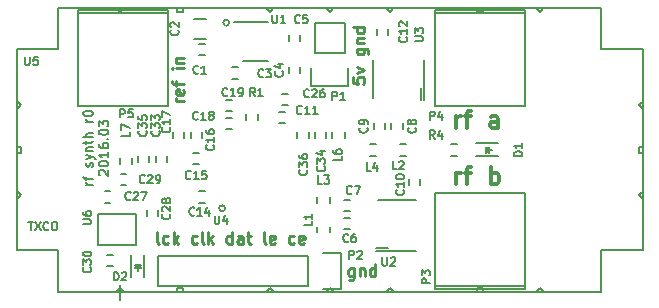
<source format=gto>
G04 #@! TF.FileFunction,Legend,Top*
%FSLAX46Y46*%
G04 Gerber Fmt 4.6, Leading zero omitted, Abs format (unit mm)*
G04 Created by KiCad (PCBNEW 4.0.2-stable) date Tue Mar  8 23:23:17 2016*
%MOMM*%
G01*
G04 APERTURE LIST*
%ADD10C,0.100000*%
%ADD11C,0.250000*%
%ADD12C,0.200000*%
%ADD13C,0.300000*%
%ADD14C,0.150000*%
G04 APERTURE END LIST*
D10*
D11*
X141702381Y-94157143D02*
X141035714Y-94157143D01*
X141226190Y-94157143D02*
X141130952Y-94109524D01*
X141083333Y-94061905D01*
X141035714Y-93966667D01*
X141035714Y-93871428D01*
X141654762Y-93157142D02*
X141702381Y-93252380D01*
X141702381Y-93442857D01*
X141654762Y-93538095D01*
X141559524Y-93585714D01*
X141178571Y-93585714D01*
X141083333Y-93538095D01*
X141035714Y-93442857D01*
X141035714Y-93252380D01*
X141083333Y-93157142D01*
X141178571Y-93109523D01*
X141273810Y-93109523D01*
X141369048Y-93585714D01*
X141035714Y-92823809D02*
X141035714Y-92442857D01*
X141702381Y-92680952D02*
X140845238Y-92680952D01*
X140750000Y-92633333D01*
X140702381Y-92538095D01*
X140702381Y-92442857D01*
X141702381Y-91347618D02*
X141035714Y-91347618D01*
X140702381Y-91347618D02*
X140750000Y-91395237D01*
X140797619Y-91347618D01*
X140750000Y-91299999D01*
X140702381Y-91347618D01*
X140797619Y-91347618D01*
X141035714Y-90871428D02*
X141702381Y-90871428D01*
X141130952Y-90871428D02*
X141083333Y-90823809D01*
X141035714Y-90728571D01*
X141035714Y-90585713D01*
X141083333Y-90490475D01*
X141178571Y-90442856D01*
X141702381Y-90442856D01*
D12*
X145550000Y-87500000D02*
G75*
G03X145550000Y-87500000I-250000J0D01*
G01*
X145200000Y-103200000D02*
G75*
G03X145200000Y-103200000I-250000J0D01*
G01*
X134001905Y-101204763D02*
X133468571Y-101204763D01*
X133620952Y-101204763D02*
X133544762Y-101166668D01*
X133506667Y-101128572D01*
X133468571Y-101052382D01*
X133468571Y-100976191D01*
X133468571Y-100823811D02*
X133468571Y-100519049D01*
X134001905Y-100709525D02*
X133316190Y-100709525D01*
X133240000Y-100671430D01*
X133201905Y-100595239D01*
X133201905Y-100519049D01*
X133963810Y-99680953D02*
X134001905Y-99604763D01*
X134001905Y-99452382D01*
X133963810Y-99376191D01*
X133887619Y-99338096D01*
X133849524Y-99338096D01*
X133773333Y-99376191D01*
X133735238Y-99452382D01*
X133735238Y-99566667D01*
X133697143Y-99642858D01*
X133620952Y-99680953D01*
X133582857Y-99680953D01*
X133506667Y-99642858D01*
X133468571Y-99566667D01*
X133468571Y-99452382D01*
X133506667Y-99376191D01*
X133468571Y-99071429D02*
X134001905Y-98880953D01*
X133468571Y-98690477D02*
X134001905Y-98880953D01*
X134192381Y-98957144D01*
X134230476Y-98995239D01*
X134268571Y-99071429D01*
X133468571Y-98385715D02*
X134001905Y-98385715D01*
X133544762Y-98385715D02*
X133506667Y-98347620D01*
X133468571Y-98271429D01*
X133468571Y-98157143D01*
X133506667Y-98080953D01*
X133582857Y-98042858D01*
X134001905Y-98042858D01*
X133468571Y-97776191D02*
X133468571Y-97471429D01*
X133201905Y-97661905D02*
X133887619Y-97661905D01*
X133963810Y-97623810D01*
X134001905Y-97547619D01*
X134001905Y-97471429D01*
X134001905Y-97204762D02*
X133201905Y-97204762D01*
X134001905Y-96861905D02*
X133582857Y-96861905D01*
X133506667Y-96900000D01*
X133468571Y-96976190D01*
X133468571Y-97090476D01*
X133506667Y-97166667D01*
X133544762Y-97204762D01*
X134001905Y-95871428D02*
X133468571Y-95871428D01*
X133620952Y-95871428D02*
X133544762Y-95833333D01*
X133506667Y-95795237D01*
X133468571Y-95719047D01*
X133468571Y-95642856D01*
X133201905Y-95223809D02*
X133201905Y-95147618D01*
X133240000Y-95071428D01*
X133278095Y-95033333D01*
X133354286Y-94995237D01*
X133506667Y-94957142D01*
X133697143Y-94957142D01*
X133849524Y-94995237D01*
X133925714Y-95033333D01*
X133963810Y-95071428D01*
X134001905Y-95147618D01*
X134001905Y-95223809D01*
X133963810Y-95299999D01*
X133925714Y-95338095D01*
X133849524Y-95376190D01*
X133697143Y-95414285D01*
X133506667Y-95414285D01*
X133354286Y-95376190D01*
X133278095Y-95338095D01*
X133240000Y-95299999D01*
X133201905Y-95223809D01*
X134598095Y-100423810D02*
X134560000Y-100385715D01*
X134521905Y-100309524D01*
X134521905Y-100119048D01*
X134560000Y-100042858D01*
X134598095Y-100004762D01*
X134674286Y-99966667D01*
X134750476Y-99966667D01*
X134864762Y-100004762D01*
X135321905Y-100461905D01*
X135321905Y-99966667D01*
X134521905Y-99471429D02*
X134521905Y-99395238D01*
X134560000Y-99319048D01*
X134598095Y-99280953D01*
X134674286Y-99242857D01*
X134826667Y-99204762D01*
X135017143Y-99204762D01*
X135169524Y-99242857D01*
X135245714Y-99280953D01*
X135283810Y-99319048D01*
X135321905Y-99395238D01*
X135321905Y-99471429D01*
X135283810Y-99547619D01*
X135245714Y-99585715D01*
X135169524Y-99623810D01*
X135017143Y-99661905D01*
X134826667Y-99661905D01*
X134674286Y-99623810D01*
X134598095Y-99585715D01*
X134560000Y-99547619D01*
X134521905Y-99471429D01*
X135321905Y-98442857D02*
X135321905Y-98900000D01*
X135321905Y-98671429D02*
X134521905Y-98671429D01*
X134636190Y-98747619D01*
X134712381Y-98823810D01*
X134750476Y-98900000D01*
X134521905Y-97757143D02*
X134521905Y-97909524D01*
X134560000Y-97985714D01*
X134598095Y-98023809D01*
X134712381Y-98100000D01*
X134864762Y-98138095D01*
X135169524Y-98138095D01*
X135245714Y-98100000D01*
X135283810Y-98061905D01*
X135321905Y-97985714D01*
X135321905Y-97833333D01*
X135283810Y-97757143D01*
X135245714Y-97719047D01*
X135169524Y-97680952D01*
X134979048Y-97680952D01*
X134902857Y-97719047D01*
X134864762Y-97757143D01*
X134826667Y-97833333D01*
X134826667Y-97985714D01*
X134864762Y-98061905D01*
X134902857Y-98100000D01*
X134979048Y-98138095D01*
X135245714Y-97338095D02*
X135283810Y-97300000D01*
X135321905Y-97338095D01*
X135283810Y-97376190D01*
X135245714Y-97338095D01*
X135321905Y-97338095D01*
X134521905Y-96804762D02*
X134521905Y-96728571D01*
X134560000Y-96652381D01*
X134598095Y-96614286D01*
X134674286Y-96576190D01*
X134826667Y-96538095D01*
X135017143Y-96538095D01*
X135169524Y-96576190D01*
X135245714Y-96614286D01*
X135283810Y-96652381D01*
X135321905Y-96728571D01*
X135321905Y-96804762D01*
X135283810Y-96880952D01*
X135245714Y-96919048D01*
X135169524Y-96957143D01*
X135017143Y-96995238D01*
X134826667Y-96995238D01*
X134674286Y-96957143D01*
X134598095Y-96919048D01*
X134560000Y-96880952D01*
X134521905Y-96804762D01*
X134521905Y-96271428D02*
X134521905Y-95776190D01*
X134826667Y-96042857D01*
X134826667Y-95928571D01*
X134864762Y-95852381D01*
X134902857Y-95814285D01*
X134979048Y-95776190D01*
X135169524Y-95776190D01*
X135245714Y-95814285D01*
X135283810Y-95852381D01*
X135321905Y-95928571D01*
X135321905Y-96157143D01*
X135283810Y-96233333D01*
X135245714Y-96271428D01*
D11*
X156002381Y-92130952D02*
X156002381Y-92607143D01*
X156478571Y-92654762D01*
X156430952Y-92607143D01*
X156383333Y-92511905D01*
X156383333Y-92273809D01*
X156430952Y-92178571D01*
X156478571Y-92130952D01*
X156573810Y-92083333D01*
X156811905Y-92083333D01*
X156907143Y-92130952D01*
X156954762Y-92178571D01*
X157002381Y-92273809D01*
X157002381Y-92511905D01*
X156954762Y-92607143D01*
X156907143Y-92654762D01*
X156335714Y-91750000D02*
X157002381Y-91511905D01*
X156335714Y-91273809D01*
X156335714Y-89702380D02*
X157145238Y-89702380D01*
X157240476Y-89749999D01*
X157288095Y-89797618D01*
X157335714Y-89892857D01*
X157335714Y-90035714D01*
X157288095Y-90130952D01*
X156954762Y-89702380D02*
X157002381Y-89797618D01*
X157002381Y-89988095D01*
X156954762Y-90083333D01*
X156907143Y-90130952D01*
X156811905Y-90178571D01*
X156526190Y-90178571D01*
X156430952Y-90130952D01*
X156383333Y-90083333D01*
X156335714Y-89988095D01*
X156335714Y-89797618D01*
X156383333Y-89702380D01*
X156335714Y-89226190D02*
X157002381Y-89226190D01*
X156430952Y-89226190D02*
X156383333Y-89178571D01*
X156335714Y-89083333D01*
X156335714Y-88940475D01*
X156383333Y-88845237D01*
X156478571Y-88797618D01*
X157002381Y-88797618D01*
X157002381Y-87892856D02*
X156002381Y-87892856D01*
X156954762Y-87892856D02*
X157002381Y-87988094D01*
X157002381Y-88178571D01*
X156954762Y-88273809D01*
X156907143Y-88321428D01*
X156811905Y-88369047D01*
X156526190Y-88369047D01*
X156430952Y-88321428D01*
X156383333Y-88273809D01*
X156335714Y-88178571D01*
X156335714Y-87988094D01*
X156383333Y-87892856D01*
D13*
X164764286Y-101178571D02*
X164764286Y-100178571D01*
X164764286Y-100464286D02*
X164835714Y-100321429D01*
X164907143Y-100250000D01*
X165050000Y-100178571D01*
X165192857Y-100178571D01*
X165478571Y-100178571D02*
X166050000Y-100178571D01*
X165692857Y-101178571D02*
X165692857Y-99892857D01*
X165764285Y-99750000D01*
X165907143Y-99678571D01*
X166050000Y-99678571D01*
X167692857Y-101178571D02*
X167692857Y-99678571D01*
X167692857Y-100250000D02*
X167835714Y-100178571D01*
X168121428Y-100178571D01*
X168264285Y-100250000D01*
X168335714Y-100321429D01*
X168407143Y-100464286D01*
X168407143Y-100892857D01*
X168335714Y-101035714D01*
X168264285Y-101107143D01*
X168121428Y-101178571D01*
X167835714Y-101178571D01*
X167692857Y-101107143D01*
X164764286Y-96428571D02*
X164764286Y-95428571D01*
X164764286Y-95714286D02*
X164835714Y-95571429D01*
X164907143Y-95500000D01*
X165050000Y-95428571D01*
X165192857Y-95428571D01*
X165478571Y-95428571D02*
X166050000Y-95428571D01*
X165692857Y-96428571D02*
X165692857Y-95142857D01*
X165764285Y-95000000D01*
X165907143Y-94928571D01*
X166050000Y-94928571D01*
X168335714Y-96428571D02*
X168335714Y-95642857D01*
X168264285Y-95500000D01*
X168121428Y-95428571D01*
X167835714Y-95428571D01*
X167692857Y-95500000D01*
X168335714Y-96357143D02*
X168192857Y-96428571D01*
X167835714Y-96428571D01*
X167692857Y-96357143D01*
X167621428Y-96214286D01*
X167621428Y-96071429D01*
X167692857Y-95928571D01*
X167835714Y-95857143D01*
X168192857Y-95857143D01*
X168335714Y-95785714D01*
D11*
X156109524Y-108285714D02*
X156109524Y-109095238D01*
X156061905Y-109190476D01*
X156014286Y-109238095D01*
X155919047Y-109285714D01*
X155776190Y-109285714D01*
X155680952Y-109238095D01*
X156109524Y-108904762D02*
X156014286Y-108952381D01*
X155823809Y-108952381D01*
X155728571Y-108904762D01*
X155680952Y-108857143D01*
X155633333Y-108761905D01*
X155633333Y-108476190D01*
X155680952Y-108380952D01*
X155728571Y-108333333D01*
X155823809Y-108285714D01*
X156014286Y-108285714D01*
X156109524Y-108333333D01*
X156585714Y-108285714D02*
X156585714Y-108952381D01*
X156585714Y-108380952D02*
X156633333Y-108333333D01*
X156728571Y-108285714D01*
X156871429Y-108285714D01*
X156966667Y-108333333D01*
X157014286Y-108428571D01*
X157014286Y-108952381D01*
X157919048Y-108952381D02*
X157919048Y-107952381D01*
X157919048Y-108904762D02*
X157823810Y-108952381D01*
X157633333Y-108952381D01*
X157538095Y-108904762D01*
X157490476Y-108857143D01*
X157442857Y-108761905D01*
X157442857Y-108476190D01*
X157490476Y-108380952D01*
X157538095Y-108333333D01*
X157633333Y-108285714D01*
X157823810Y-108285714D01*
X157919048Y-108333333D01*
X139597617Y-106202381D02*
X139502379Y-106154762D01*
X139454760Y-106059524D01*
X139454760Y-105202381D01*
X140407142Y-106154762D02*
X140311904Y-106202381D01*
X140121427Y-106202381D01*
X140026189Y-106154762D01*
X139978570Y-106107143D01*
X139930951Y-106011905D01*
X139930951Y-105726190D01*
X139978570Y-105630952D01*
X140026189Y-105583333D01*
X140121427Y-105535714D01*
X140311904Y-105535714D01*
X140407142Y-105583333D01*
X140835713Y-106202381D02*
X140835713Y-105202381D01*
X140930951Y-105821429D02*
X141216666Y-106202381D01*
X141216666Y-105535714D02*
X140835713Y-105916667D01*
X142835714Y-106154762D02*
X142740476Y-106202381D01*
X142549999Y-106202381D01*
X142454761Y-106154762D01*
X142407142Y-106107143D01*
X142359523Y-106011905D01*
X142359523Y-105726190D01*
X142407142Y-105630952D01*
X142454761Y-105583333D01*
X142549999Y-105535714D01*
X142740476Y-105535714D01*
X142835714Y-105583333D01*
X143407142Y-106202381D02*
X143311904Y-106154762D01*
X143264285Y-106059524D01*
X143264285Y-105202381D01*
X143788095Y-106202381D02*
X143788095Y-105202381D01*
X143883333Y-105821429D02*
X144169048Y-106202381D01*
X144169048Y-105535714D02*
X143788095Y-105916667D01*
X145788096Y-106202381D02*
X145788096Y-105202381D01*
X145788096Y-106154762D02*
X145692858Y-106202381D01*
X145502381Y-106202381D01*
X145407143Y-106154762D01*
X145359524Y-106107143D01*
X145311905Y-106011905D01*
X145311905Y-105726190D01*
X145359524Y-105630952D01*
X145407143Y-105583333D01*
X145502381Y-105535714D01*
X145692858Y-105535714D01*
X145788096Y-105583333D01*
X146692858Y-106202381D02*
X146692858Y-105678571D01*
X146645239Y-105583333D01*
X146550001Y-105535714D01*
X146359524Y-105535714D01*
X146264286Y-105583333D01*
X146692858Y-106154762D02*
X146597620Y-106202381D01*
X146359524Y-106202381D01*
X146264286Y-106154762D01*
X146216667Y-106059524D01*
X146216667Y-105964286D01*
X146264286Y-105869048D01*
X146359524Y-105821429D01*
X146597620Y-105821429D01*
X146692858Y-105773810D01*
X147026191Y-105535714D02*
X147407143Y-105535714D01*
X147169048Y-105202381D02*
X147169048Y-106059524D01*
X147216667Y-106154762D01*
X147311905Y-106202381D01*
X147407143Y-106202381D01*
X148645239Y-106202381D02*
X148550001Y-106154762D01*
X148502382Y-106059524D01*
X148502382Y-105202381D01*
X149407145Y-106154762D02*
X149311907Y-106202381D01*
X149121430Y-106202381D01*
X149026192Y-106154762D01*
X148978573Y-106059524D01*
X148978573Y-105678571D01*
X149026192Y-105583333D01*
X149121430Y-105535714D01*
X149311907Y-105535714D01*
X149407145Y-105583333D01*
X149454764Y-105678571D01*
X149454764Y-105773810D01*
X148978573Y-105869048D01*
X151073812Y-106154762D02*
X150978574Y-106202381D01*
X150788097Y-106202381D01*
X150692859Y-106154762D01*
X150645240Y-106107143D01*
X150597621Y-106011905D01*
X150597621Y-105726190D01*
X150645240Y-105630952D01*
X150692859Y-105583333D01*
X150788097Y-105535714D01*
X150978574Y-105535714D01*
X151073812Y-105583333D01*
X151883336Y-106154762D02*
X151788098Y-106202381D01*
X151597621Y-106202381D01*
X151502383Y-106154762D01*
X151454764Y-106059524D01*
X151454764Y-105678571D01*
X151502383Y-105583333D01*
X151597621Y-105535714D01*
X151788098Y-105535714D01*
X151883336Y-105583333D01*
X151930955Y-105678571D01*
X151930955Y-105773810D01*
X151454764Y-105869048D01*
D14*
X135700000Y-107125000D02*
X135200000Y-107125000D01*
X135200000Y-108075000D02*
X135700000Y-108075000D01*
X143000000Y-90225000D02*
X143500000Y-90225000D01*
X143500000Y-89275000D02*
X143000000Y-89275000D01*
X154075000Y-102750000D02*
X154075000Y-102250000D01*
X153025000Y-102250000D02*
X153025000Y-102750000D01*
X155300000Y-103475000D02*
X155800000Y-103475000D01*
X155800000Y-102525000D02*
X155300000Y-102525000D01*
X142550000Y-88850000D02*
X143550000Y-88850000D01*
X143550000Y-87150000D02*
X142550000Y-87150000D01*
X146300000Y-91275000D02*
X145800000Y-91275000D01*
X145800000Y-92225000D02*
X146300000Y-92225000D01*
X151525000Y-91750000D02*
X151525000Y-91250000D01*
X150575000Y-91250000D02*
X150575000Y-91750000D01*
X151525000Y-89050000D02*
X151525000Y-88550000D01*
X150575000Y-88550000D02*
X150575000Y-89050000D01*
X155300000Y-104975000D02*
X155800000Y-104975000D01*
X155800000Y-104025000D02*
X155300000Y-104025000D01*
X160225000Y-96500000D02*
X160225000Y-96000000D01*
X159275000Y-96000000D02*
X159275000Y-96500000D01*
X158725000Y-96500000D02*
X158725000Y-96000000D01*
X157775000Y-96000000D02*
X157775000Y-96500000D01*
X160775000Y-100750000D02*
X160775000Y-101250000D01*
X161725000Y-101250000D02*
X161725000Y-100750000D01*
X150300000Y-95025000D02*
X149800000Y-95025000D01*
X149800000Y-95975000D02*
X150300000Y-95975000D01*
X158025000Y-88000000D02*
X158025000Y-88500000D01*
X158975000Y-88500000D02*
X158975000Y-88000000D01*
X143500000Y-101775000D02*
X143000000Y-101775000D01*
X143000000Y-102725000D02*
X143500000Y-102725000D01*
X143000000Y-98525000D02*
X142500000Y-98525000D01*
X142500000Y-99475000D02*
X143000000Y-99475000D01*
X143225000Y-97250000D02*
X143225000Y-96750000D01*
X142275000Y-96750000D02*
X142275000Y-97250000D01*
X141725000Y-97250000D02*
X141725000Y-96750000D01*
X140775000Y-96750000D02*
X140775000Y-97250000D01*
X145750000Y-95525000D02*
X145250000Y-95525000D01*
X145250000Y-96475000D02*
X145750000Y-96475000D01*
X145750000Y-94025000D02*
X145250000Y-94025000D01*
X145250000Y-94975000D02*
X145750000Y-94975000D01*
X153025000Y-104750000D02*
X153025000Y-105250000D01*
X154075000Y-105250000D02*
X154075000Y-104750000D01*
X160000000Y-98775000D02*
X160500000Y-98775000D01*
X160500000Y-97725000D02*
X160000000Y-97725000D01*
X158000000Y-97725000D02*
X157500000Y-97725000D01*
X157500000Y-98775000D02*
X158000000Y-98775000D01*
X152780000Y-90020000D02*
X152780000Y-87480000D01*
X152500000Y-92840000D02*
X152500000Y-91290000D01*
X152780000Y-90020000D02*
X155320000Y-90020000D01*
X155600000Y-91290000D02*
X155600000Y-92840000D01*
X155600000Y-92840000D02*
X152500000Y-92840000D01*
X155320000Y-90020000D02*
X155320000Y-87480000D01*
X155320000Y-87480000D02*
X152780000Y-87480000D01*
X152230000Y-109770000D02*
X139530000Y-109770000D01*
X139530000Y-109770000D02*
X139530000Y-107230000D01*
X139530000Y-107230000D02*
X152230000Y-107230000D01*
X155050000Y-110050000D02*
X153500000Y-110050000D01*
X152230000Y-109770000D02*
X152230000Y-107230000D01*
X153500000Y-106950000D02*
X155050000Y-106950000D01*
X155050000Y-106950000D02*
X155050000Y-110050000D01*
X170560000Y-109814000D02*
X162940000Y-109814000D01*
X170560000Y-110068000D02*
X170560000Y-109560000D01*
X162940000Y-110068000D02*
X170560000Y-110068000D01*
X162940000Y-110068000D02*
X162940000Y-109560000D01*
X170560000Y-101940000D02*
X170560000Y-109560000D01*
X162940000Y-101940000D02*
X170560000Y-101940000D01*
X162940000Y-109560000D02*
X162940000Y-101940000D01*
X162940000Y-86686000D02*
X170560000Y-86686000D01*
X162940000Y-86432000D02*
X162940000Y-86940000D01*
X170560000Y-86432000D02*
X162940000Y-86432000D01*
X170560000Y-86432000D02*
X170560000Y-86940000D01*
X162940000Y-94560000D02*
X162940000Y-86940000D01*
X170560000Y-94560000D02*
X162940000Y-94560000D01*
X170560000Y-86940000D02*
X170560000Y-94560000D01*
X148025000Y-95750000D02*
X148025000Y-95250000D01*
X146975000Y-95250000D02*
X146975000Y-95750000D01*
X146750000Y-90720000D02*
X148850000Y-90720000D01*
X145975000Y-87470000D02*
X148850000Y-87470000D01*
X157972000Y-106786000D02*
X158226000Y-106786000D01*
X157972000Y-106532000D02*
X158226000Y-106532000D01*
X158226000Y-106532000D02*
X158988000Y-106532000D01*
X158160000Y-106786000D02*
X161340000Y-106786000D01*
X158160000Y-102468000D02*
X161340000Y-102468000D01*
X162036000Y-94028000D02*
X162036000Y-93774000D01*
X161782000Y-94028000D02*
X161782000Y-93774000D01*
X161782000Y-93774000D02*
X161782000Y-93012000D01*
X162036000Y-93840000D02*
X162036000Y-90660000D01*
X157718000Y-93840000D02*
X157718000Y-90660000D01*
X127888000Y-94440000D02*
X127634000Y-94186000D01*
X127634000Y-94694000D02*
X127888000Y-94440000D01*
X127888000Y-102060000D02*
X127634000Y-101806000D01*
X127634000Y-102314000D02*
X127888000Y-102060000D01*
X136270000Y-109934000D02*
X136524000Y-110188000D01*
X136016000Y-110188000D02*
X136270000Y-109934000D01*
X154050000Y-109934000D02*
X154304000Y-110188000D01*
X153796000Y-110188000D02*
X154050000Y-109934000D01*
X148970000Y-109934000D02*
X149224000Y-110188000D01*
X148716000Y-110188000D02*
X148970000Y-109934000D01*
X159130000Y-109934000D02*
X159384000Y-110188000D01*
X158876000Y-110188000D02*
X159130000Y-109934000D01*
X171830000Y-109934000D02*
X172084000Y-110188000D01*
X171576000Y-110188000D02*
X171830000Y-109934000D01*
X180212000Y-102060000D02*
X180466000Y-102314000D01*
X180212000Y-102060000D02*
X180466000Y-101806000D01*
X180212000Y-94440000D02*
X180466000Y-94694000D01*
X180466000Y-94186000D02*
X180212000Y-94440000D01*
X171830000Y-86566000D02*
X172084000Y-86312000D01*
X171576000Y-86312000D02*
X171830000Y-86566000D01*
X159130000Y-86566000D02*
X159384000Y-86312000D01*
X158876000Y-86312000D02*
X159130000Y-86566000D01*
X154050000Y-86566000D02*
X154304000Y-86312000D01*
X153796000Y-86312000D02*
X154050000Y-86566000D01*
X148970000Y-86566000D02*
X149224000Y-86312000D01*
X148716000Y-86312000D02*
X148970000Y-86566000D01*
X136270000Y-86566000D02*
X136524000Y-86312000D01*
X136016000Y-86312000D02*
X136270000Y-86566000D01*
X136270000Y-110950000D02*
X136270000Y-109680000D01*
X127888000Y-98504000D02*
X127634000Y-98504000D01*
X127888000Y-97996000D02*
X127888000Y-98504000D01*
X127634000Y-97996000D02*
X127888000Y-97996000D01*
X180212000Y-98504000D02*
X180466000Y-98504000D01*
X180212000Y-97996000D02*
X180212000Y-98504000D01*
X180466000Y-97996000D02*
X180212000Y-97996000D01*
X141604000Y-109934000D02*
X141604000Y-110188000D01*
X141096000Y-109934000D02*
X141604000Y-109934000D01*
X141096000Y-110188000D02*
X141096000Y-109934000D01*
X167004000Y-109934000D02*
X167004000Y-110188000D01*
X166496000Y-109934000D02*
X167004000Y-109934000D01*
X166496000Y-110188000D02*
X166496000Y-109934000D01*
X167004000Y-86566000D02*
X167004000Y-86312000D01*
X166496000Y-86566000D02*
X167004000Y-86566000D01*
X166496000Y-86312000D02*
X166496000Y-86566000D01*
X166496000Y-86566000D02*
X166496000Y-86312000D01*
X141604000Y-86566000D02*
X141604000Y-86312000D01*
X141096000Y-86566000D02*
X141604000Y-86566000D01*
X141096000Y-86312000D02*
X141096000Y-86566000D01*
X177050000Y-86250000D02*
X131050000Y-86250000D01*
X177050000Y-89750000D02*
X177050000Y-86250000D01*
X180550000Y-89750000D02*
X177050000Y-89750000D01*
X177050000Y-110250000D02*
X132050000Y-110250000D01*
X177050000Y-106750000D02*
X177050000Y-110250000D01*
X180550000Y-106750000D02*
X177050000Y-106750000D01*
X131050000Y-89750000D02*
X131050000Y-86250000D01*
X127550000Y-89750000D02*
X131050000Y-89750000D01*
X131050000Y-110250000D02*
X132050000Y-110250000D01*
X131050000Y-106750000D02*
X131050000Y-110250000D01*
X129050000Y-106750000D02*
X131050000Y-106750000D01*
X127550000Y-106750000D02*
X129050000Y-106750000D01*
X180550000Y-98250000D02*
X180550000Y-106750000D01*
X180550000Y-98250000D02*
X180550000Y-89750000D01*
X127550000Y-98250000D02*
X127550000Y-106750000D01*
X127550000Y-98250000D02*
X127550000Y-89750000D01*
X150500000Y-93525000D02*
X150000000Y-93525000D01*
X150000000Y-94475000D02*
X150500000Y-94475000D01*
X135000000Y-102725000D02*
X135500000Y-102725000D01*
X135500000Y-101775000D02*
X135000000Y-101775000D01*
X138575000Y-103350000D02*
X138575000Y-103850000D01*
X139525000Y-103850000D02*
X139525000Y-103350000D01*
X136850000Y-100275000D02*
X136350000Y-100275000D01*
X136350000Y-101225000D02*
X136850000Y-101225000D01*
X132740000Y-86686000D02*
X140360000Y-86686000D01*
X132740000Y-86432000D02*
X132740000Y-86940000D01*
X140360000Y-86432000D02*
X132740000Y-86432000D01*
X140360000Y-86432000D02*
X140360000Y-86940000D01*
X132740000Y-94560000D02*
X132740000Y-86940000D01*
X140360000Y-94560000D02*
X132740000Y-94560000D01*
X140360000Y-86940000D02*
X140360000Y-94560000D01*
X139325000Y-98750000D02*
X139325000Y-99250000D01*
X140275000Y-99250000D02*
X140275000Y-98750000D01*
X152825000Y-96750000D02*
X152825000Y-97250000D01*
X153775000Y-97250000D02*
X153775000Y-96750000D01*
X137825000Y-98750000D02*
X137825000Y-99250000D01*
X138775000Y-99250000D02*
X138775000Y-98750000D01*
X151325000Y-96750000D02*
X151325000Y-97250000D01*
X152275000Y-97250000D02*
X152275000Y-96750000D01*
X154275000Y-96750000D02*
X154275000Y-97250000D01*
X155325000Y-97250000D02*
X155325000Y-96750000D01*
X136275000Y-98950000D02*
X136275000Y-99450000D01*
X137325000Y-99450000D02*
X137325000Y-98950000D01*
X134450000Y-103700000D02*
X137650000Y-103700000D01*
X137650000Y-103700000D02*
X137650000Y-106300000D01*
X137650000Y-106300000D02*
X134450000Y-106300000D01*
X134450000Y-106300000D02*
X134450000Y-103700000D01*
X166450000Y-98800000D02*
X168350000Y-98800000D01*
X166450000Y-97700000D02*
X168350000Y-97700000D01*
X167350000Y-98250000D02*
X167800000Y-98250000D01*
X167300000Y-98000000D02*
X167300000Y-98500000D01*
X167300000Y-98250000D02*
X167550000Y-98000000D01*
X167550000Y-98000000D02*
X167550000Y-98500000D01*
X167550000Y-98500000D02*
X167300000Y-98250000D01*
X137250000Y-107150700D02*
X137250000Y-109050700D01*
X138350000Y-107150700D02*
X138350000Y-109050700D01*
X137800000Y-108050700D02*
X137800000Y-108500700D01*
X138050000Y-108000700D02*
X137550000Y-108000700D01*
X137800000Y-108000700D02*
X138050000Y-108250700D01*
X138050000Y-108250700D02*
X137550000Y-108250700D01*
X137550000Y-108250700D02*
X137800000Y-108000700D01*
X164850000Y-97725000D02*
X164350000Y-97725000D01*
X164350000Y-98775000D02*
X164850000Y-98775000D01*
X133800000Y-108200000D02*
X133833333Y-108233334D01*
X133866667Y-108333334D01*
X133866667Y-108400000D01*
X133833333Y-108500000D01*
X133766667Y-108566667D01*
X133700000Y-108600000D01*
X133566667Y-108633334D01*
X133466667Y-108633334D01*
X133333333Y-108600000D01*
X133266667Y-108566667D01*
X133200000Y-108500000D01*
X133166667Y-108400000D01*
X133166667Y-108333334D01*
X133200000Y-108233334D01*
X133233333Y-108200000D01*
X133166667Y-107966667D02*
X133166667Y-107533334D01*
X133433333Y-107766667D01*
X133433333Y-107666667D01*
X133466667Y-107600000D01*
X133500000Y-107566667D01*
X133566667Y-107533334D01*
X133733333Y-107533334D01*
X133800000Y-107566667D01*
X133833333Y-107600000D01*
X133866667Y-107666667D01*
X133866667Y-107866667D01*
X133833333Y-107933334D01*
X133800000Y-107966667D01*
X133166667Y-107100000D02*
X133166667Y-107033333D01*
X133200000Y-106966667D01*
X133233333Y-106933333D01*
X133300000Y-106900000D01*
X133433333Y-106866667D01*
X133600000Y-106866667D01*
X133733333Y-106900000D01*
X133800000Y-106933333D01*
X133833333Y-106966667D01*
X133866667Y-107033333D01*
X133866667Y-107100000D01*
X133833333Y-107166667D01*
X133800000Y-107200000D01*
X133733333Y-107233333D01*
X133600000Y-107266667D01*
X133433333Y-107266667D01*
X133300000Y-107233333D01*
X133233333Y-107200000D01*
X133200000Y-107166667D01*
X133166667Y-107100000D01*
X142933334Y-91750000D02*
X142900000Y-91783333D01*
X142800000Y-91816667D01*
X142733334Y-91816667D01*
X142633334Y-91783333D01*
X142566667Y-91716667D01*
X142533334Y-91650000D01*
X142500000Y-91516667D01*
X142500000Y-91416667D01*
X142533334Y-91283333D01*
X142566667Y-91216667D01*
X142633334Y-91150000D01*
X142733334Y-91116667D01*
X142800000Y-91116667D01*
X142900000Y-91150000D01*
X142933334Y-91183333D01*
X143600000Y-91816667D02*
X143200000Y-91816667D01*
X143400000Y-91816667D02*
X143400000Y-91116667D01*
X143333334Y-91216667D01*
X143266667Y-91283333D01*
X143200000Y-91316667D01*
X153433333Y-101116667D02*
X153100000Y-101116667D01*
X153100000Y-100416667D01*
X153600000Y-100416667D02*
X154033333Y-100416667D01*
X153800000Y-100683333D01*
X153900000Y-100683333D01*
X153966667Y-100716667D01*
X154000000Y-100750000D01*
X154033333Y-100816667D01*
X154033333Y-100983333D01*
X154000000Y-101050000D01*
X153966667Y-101083333D01*
X153900000Y-101116667D01*
X153700000Y-101116667D01*
X153633333Y-101083333D01*
X153600000Y-101050000D01*
X155933334Y-101950000D02*
X155900000Y-101983333D01*
X155800000Y-102016667D01*
X155733334Y-102016667D01*
X155633334Y-101983333D01*
X155566667Y-101916667D01*
X155533334Y-101850000D01*
X155500000Y-101716667D01*
X155500000Y-101616667D01*
X155533334Y-101483333D01*
X155566667Y-101416667D01*
X155633334Y-101350000D01*
X155733334Y-101316667D01*
X155800000Y-101316667D01*
X155900000Y-101350000D01*
X155933334Y-101383333D01*
X156166667Y-101316667D02*
X156633334Y-101316667D01*
X156333334Y-102016667D01*
X141200000Y-88116666D02*
X141233333Y-88150000D01*
X141266667Y-88250000D01*
X141266667Y-88316666D01*
X141233333Y-88416666D01*
X141166667Y-88483333D01*
X141100000Y-88516666D01*
X140966667Y-88550000D01*
X140866667Y-88550000D01*
X140733333Y-88516666D01*
X140666667Y-88483333D01*
X140600000Y-88416666D01*
X140566667Y-88316666D01*
X140566667Y-88250000D01*
X140600000Y-88150000D01*
X140633333Y-88116666D01*
X140633333Y-87850000D02*
X140600000Y-87816666D01*
X140566667Y-87750000D01*
X140566667Y-87583333D01*
X140600000Y-87516666D01*
X140633333Y-87483333D01*
X140700000Y-87450000D01*
X140766667Y-87450000D01*
X140866667Y-87483333D01*
X141266667Y-87883333D01*
X141266667Y-87450000D01*
X148433334Y-92050000D02*
X148400000Y-92083333D01*
X148300000Y-92116667D01*
X148233334Y-92116667D01*
X148133334Y-92083333D01*
X148066667Y-92016667D01*
X148033334Y-91950000D01*
X148000000Y-91816667D01*
X148000000Y-91716667D01*
X148033334Y-91583333D01*
X148066667Y-91516667D01*
X148133334Y-91450000D01*
X148233334Y-91416667D01*
X148300000Y-91416667D01*
X148400000Y-91450000D01*
X148433334Y-91483333D01*
X148666667Y-91416667D02*
X149100000Y-91416667D01*
X148866667Y-91683333D01*
X148966667Y-91683333D01*
X149033334Y-91716667D01*
X149066667Y-91750000D01*
X149100000Y-91816667D01*
X149100000Y-91983333D01*
X149066667Y-92050000D01*
X149033334Y-92083333D01*
X148966667Y-92116667D01*
X148766667Y-92116667D01*
X148700000Y-92083333D01*
X148666667Y-92050000D01*
X150050000Y-91616666D02*
X150083333Y-91650000D01*
X150116667Y-91750000D01*
X150116667Y-91816666D01*
X150083333Y-91916666D01*
X150016667Y-91983333D01*
X149950000Y-92016666D01*
X149816667Y-92050000D01*
X149716667Y-92050000D01*
X149583333Y-92016666D01*
X149516667Y-91983333D01*
X149450000Y-91916666D01*
X149416667Y-91816666D01*
X149416667Y-91750000D01*
X149450000Y-91650000D01*
X149483333Y-91616666D01*
X149650000Y-91016666D02*
X150116667Y-91016666D01*
X149383333Y-91183333D02*
X149883333Y-91350000D01*
X149883333Y-90916666D01*
X151533334Y-87450000D02*
X151500000Y-87483333D01*
X151400000Y-87516667D01*
X151333334Y-87516667D01*
X151233334Y-87483333D01*
X151166667Y-87416667D01*
X151133334Y-87350000D01*
X151100000Y-87216667D01*
X151100000Y-87116667D01*
X151133334Y-86983333D01*
X151166667Y-86916667D01*
X151233334Y-86850000D01*
X151333334Y-86816667D01*
X151400000Y-86816667D01*
X151500000Y-86850000D01*
X151533334Y-86883333D01*
X152166667Y-86816667D02*
X151833334Y-86816667D01*
X151800000Y-87150000D01*
X151833334Y-87116667D01*
X151900000Y-87083333D01*
X152066667Y-87083333D01*
X152133334Y-87116667D01*
X152166667Y-87150000D01*
X152200000Y-87216667D01*
X152200000Y-87383333D01*
X152166667Y-87450000D01*
X152133334Y-87483333D01*
X152066667Y-87516667D01*
X151900000Y-87516667D01*
X151833334Y-87483333D01*
X151800000Y-87450000D01*
X155633334Y-106000000D02*
X155600000Y-106033333D01*
X155500000Y-106066667D01*
X155433334Y-106066667D01*
X155333334Y-106033333D01*
X155266667Y-105966667D01*
X155233334Y-105900000D01*
X155200000Y-105766667D01*
X155200000Y-105666667D01*
X155233334Y-105533333D01*
X155266667Y-105466667D01*
X155333334Y-105400000D01*
X155433334Y-105366667D01*
X155500000Y-105366667D01*
X155600000Y-105400000D01*
X155633334Y-105433333D01*
X156233334Y-105366667D02*
X156100000Y-105366667D01*
X156033334Y-105400000D01*
X156000000Y-105433333D01*
X155933334Y-105533333D01*
X155900000Y-105666667D01*
X155900000Y-105933333D01*
X155933334Y-106000000D01*
X155966667Y-106033333D01*
X156033334Y-106066667D01*
X156166667Y-106066667D01*
X156233334Y-106033333D01*
X156266667Y-106000000D01*
X156300000Y-105933333D01*
X156300000Y-105766667D01*
X156266667Y-105700000D01*
X156233334Y-105666667D01*
X156166667Y-105633333D01*
X156033334Y-105633333D01*
X155966667Y-105666667D01*
X155933334Y-105700000D01*
X155900000Y-105766667D01*
X161300000Y-96366666D02*
X161333333Y-96400000D01*
X161366667Y-96500000D01*
X161366667Y-96566666D01*
X161333333Y-96666666D01*
X161266667Y-96733333D01*
X161200000Y-96766666D01*
X161066667Y-96800000D01*
X160966667Y-96800000D01*
X160833333Y-96766666D01*
X160766667Y-96733333D01*
X160700000Y-96666666D01*
X160666667Y-96566666D01*
X160666667Y-96500000D01*
X160700000Y-96400000D01*
X160733333Y-96366666D01*
X160966667Y-95966666D02*
X160933333Y-96033333D01*
X160900000Y-96066666D01*
X160833333Y-96100000D01*
X160800000Y-96100000D01*
X160733333Y-96066666D01*
X160700000Y-96033333D01*
X160666667Y-95966666D01*
X160666667Y-95833333D01*
X160700000Y-95766666D01*
X160733333Y-95733333D01*
X160800000Y-95700000D01*
X160833333Y-95700000D01*
X160900000Y-95733333D01*
X160933333Y-95766666D01*
X160966667Y-95833333D01*
X160966667Y-95966666D01*
X161000000Y-96033333D01*
X161033333Y-96066666D01*
X161100000Y-96100000D01*
X161233333Y-96100000D01*
X161300000Y-96066666D01*
X161333333Y-96033333D01*
X161366667Y-95966666D01*
X161366667Y-95833333D01*
X161333333Y-95766666D01*
X161300000Y-95733333D01*
X161233333Y-95700000D01*
X161100000Y-95700000D01*
X161033333Y-95733333D01*
X161000000Y-95766666D01*
X160966667Y-95833333D01*
X157200000Y-96366666D02*
X157233333Y-96400000D01*
X157266667Y-96500000D01*
X157266667Y-96566666D01*
X157233333Y-96666666D01*
X157166667Y-96733333D01*
X157100000Y-96766666D01*
X156966667Y-96800000D01*
X156866667Y-96800000D01*
X156733333Y-96766666D01*
X156666667Y-96733333D01*
X156600000Y-96666666D01*
X156566667Y-96566666D01*
X156566667Y-96500000D01*
X156600000Y-96400000D01*
X156633333Y-96366666D01*
X157266667Y-96033333D02*
X157266667Y-95900000D01*
X157233333Y-95833333D01*
X157200000Y-95800000D01*
X157100000Y-95733333D01*
X156966667Y-95700000D01*
X156700000Y-95700000D01*
X156633333Y-95733333D01*
X156600000Y-95766666D01*
X156566667Y-95833333D01*
X156566667Y-95966666D01*
X156600000Y-96033333D01*
X156633333Y-96066666D01*
X156700000Y-96100000D01*
X156866667Y-96100000D01*
X156933333Y-96066666D01*
X156966667Y-96033333D01*
X157000000Y-95966666D01*
X157000000Y-95833333D01*
X156966667Y-95766666D01*
X156933333Y-95733333D01*
X156866667Y-95700000D01*
X160300000Y-101650000D02*
X160333333Y-101683334D01*
X160366667Y-101783334D01*
X160366667Y-101850000D01*
X160333333Y-101950000D01*
X160266667Y-102016667D01*
X160200000Y-102050000D01*
X160066667Y-102083334D01*
X159966667Y-102083334D01*
X159833333Y-102050000D01*
X159766667Y-102016667D01*
X159700000Y-101950000D01*
X159666667Y-101850000D01*
X159666667Y-101783334D01*
X159700000Y-101683334D01*
X159733333Y-101650000D01*
X160366667Y-100983334D02*
X160366667Y-101383334D01*
X160366667Y-101183334D02*
X159666667Y-101183334D01*
X159766667Y-101250000D01*
X159833333Y-101316667D01*
X159866667Y-101383334D01*
X159666667Y-100550000D02*
X159666667Y-100483333D01*
X159700000Y-100416667D01*
X159733333Y-100383333D01*
X159800000Y-100350000D01*
X159933333Y-100316667D01*
X160100000Y-100316667D01*
X160233333Y-100350000D01*
X160300000Y-100383333D01*
X160333333Y-100416667D01*
X160366667Y-100483333D01*
X160366667Y-100550000D01*
X160333333Y-100616667D01*
X160300000Y-100650000D01*
X160233333Y-100683333D01*
X160100000Y-100716667D01*
X159933333Y-100716667D01*
X159800000Y-100683333D01*
X159733333Y-100650000D01*
X159700000Y-100616667D01*
X159666667Y-100550000D01*
X151700000Y-95150000D02*
X151666666Y-95183333D01*
X151566666Y-95216667D01*
X151500000Y-95216667D01*
X151400000Y-95183333D01*
X151333333Y-95116667D01*
X151300000Y-95050000D01*
X151266666Y-94916667D01*
X151266666Y-94816667D01*
X151300000Y-94683333D01*
X151333333Y-94616667D01*
X151400000Y-94550000D01*
X151500000Y-94516667D01*
X151566666Y-94516667D01*
X151666666Y-94550000D01*
X151700000Y-94583333D01*
X152366666Y-95216667D02*
X151966666Y-95216667D01*
X152166666Y-95216667D02*
X152166666Y-94516667D01*
X152100000Y-94616667D01*
X152033333Y-94683333D01*
X151966666Y-94716667D01*
X153033333Y-95216667D02*
X152633333Y-95216667D01*
X152833333Y-95216667D02*
X152833333Y-94516667D01*
X152766667Y-94616667D01*
X152700000Y-94683333D01*
X152633333Y-94716667D01*
X160550000Y-88700000D02*
X160583333Y-88733334D01*
X160616667Y-88833334D01*
X160616667Y-88900000D01*
X160583333Y-89000000D01*
X160516667Y-89066667D01*
X160450000Y-89100000D01*
X160316667Y-89133334D01*
X160216667Y-89133334D01*
X160083333Y-89100000D01*
X160016667Y-89066667D01*
X159950000Y-89000000D01*
X159916667Y-88900000D01*
X159916667Y-88833334D01*
X159950000Y-88733334D01*
X159983333Y-88700000D01*
X160616667Y-88033334D02*
X160616667Y-88433334D01*
X160616667Y-88233334D02*
X159916667Y-88233334D01*
X160016667Y-88300000D01*
X160083333Y-88366667D01*
X160116667Y-88433334D01*
X159983333Y-87766667D02*
X159950000Y-87733333D01*
X159916667Y-87666667D01*
X159916667Y-87500000D01*
X159950000Y-87433333D01*
X159983333Y-87400000D01*
X160050000Y-87366667D01*
X160116667Y-87366667D01*
X160216667Y-87400000D01*
X160616667Y-87800000D01*
X160616667Y-87366667D01*
X142600000Y-103750000D02*
X142566666Y-103783333D01*
X142466666Y-103816667D01*
X142400000Y-103816667D01*
X142300000Y-103783333D01*
X142233333Y-103716667D01*
X142200000Y-103650000D01*
X142166666Y-103516667D01*
X142166666Y-103416667D01*
X142200000Y-103283333D01*
X142233333Y-103216667D01*
X142300000Y-103150000D01*
X142400000Y-103116667D01*
X142466666Y-103116667D01*
X142566666Y-103150000D01*
X142600000Y-103183333D01*
X143266666Y-103816667D02*
X142866666Y-103816667D01*
X143066666Y-103816667D02*
X143066666Y-103116667D01*
X143000000Y-103216667D01*
X142933333Y-103283333D01*
X142866666Y-103316667D01*
X143866667Y-103350000D02*
X143866667Y-103816667D01*
X143700000Y-103083333D02*
X143533333Y-103583333D01*
X143966667Y-103583333D01*
X142300000Y-100650000D02*
X142266666Y-100683333D01*
X142166666Y-100716667D01*
X142100000Y-100716667D01*
X142000000Y-100683333D01*
X141933333Y-100616667D01*
X141900000Y-100550000D01*
X141866666Y-100416667D01*
X141866666Y-100316667D01*
X141900000Y-100183333D01*
X141933333Y-100116667D01*
X142000000Y-100050000D01*
X142100000Y-100016667D01*
X142166666Y-100016667D01*
X142266666Y-100050000D01*
X142300000Y-100083333D01*
X142966666Y-100716667D02*
X142566666Y-100716667D01*
X142766666Y-100716667D02*
X142766666Y-100016667D01*
X142700000Y-100116667D01*
X142633333Y-100183333D01*
X142566666Y-100216667D01*
X143600000Y-100016667D02*
X143266667Y-100016667D01*
X143233333Y-100350000D01*
X143266667Y-100316667D01*
X143333333Y-100283333D01*
X143500000Y-100283333D01*
X143566667Y-100316667D01*
X143600000Y-100350000D01*
X143633333Y-100416667D01*
X143633333Y-100583333D01*
X143600000Y-100650000D01*
X143566667Y-100683333D01*
X143500000Y-100716667D01*
X143333333Y-100716667D01*
X143266667Y-100683333D01*
X143233333Y-100650000D01*
X144200000Y-97850000D02*
X144233333Y-97883334D01*
X144266667Y-97983334D01*
X144266667Y-98050000D01*
X144233333Y-98150000D01*
X144166667Y-98216667D01*
X144100000Y-98250000D01*
X143966667Y-98283334D01*
X143866667Y-98283334D01*
X143733333Y-98250000D01*
X143666667Y-98216667D01*
X143600000Y-98150000D01*
X143566667Y-98050000D01*
X143566667Y-97983334D01*
X143600000Y-97883334D01*
X143633333Y-97850000D01*
X144266667Y-97183334D02*
X144266667Y-97583334D01*
X144266667Y-97383334D02*
X143566667Y-97383334D01*
X143666667Y-97450000D01*
X143733333Y-97516667D01*
X143766667Y-97583334D01*
X143566667Y-96583333D02*
X143566667Y-96716667D01*
X143600000Y-96783333D01*
X143633333Y-96816667D01*
X143733333Y-96883333D01*
X143866667Y-96916667D01*
X144133333Y-96916667D01*
X144200000Y-96883333D01*
X144233333Y-96850000D01*
X144266667Y-96783333D01*
X144266667Y-96650000D01*
X144233333Y-96583333D01*
X144200000Y-96550000D01*
X144133333Y-96516667D01*
X143966667Y-96516667D01*
X143900000Y-96550000D01*
X143866667Y-96583333D01*
X143833333Y-96650000D01*
X143833333Y-96783333D01*
X143866667Y-96850000D01*
X143900000Y-96883333D01*
X143966667Y-96916667D01*
X140500000Y-96350000D02*
X140533333Y-96383334D01*
X140566667Y-96483334D01*
X140566667Y-96550000D01*
X140533333Y-96650000D01*
X140466667Y-96716667D01*
X140400000Y-96750000D01*
X140266667Y-96783334D01*
X140166667Y-96783334D01*
X140033333Y-96750000D01*
X139966667Y-96716667D01*
X139900000Y-96650000D01*
X139866667Y-96550000D01*
X139866667Y-96483334D01*
X139900000Y-96383334D01*
X139933333Y-96350000D01*
X140566667Y-95683334D02*
X140566667Y-96083334D01*
X140566667Y-95883334D02*
X139866667Y-95883334D01*
X139966667Y-95950000D01*
X140033333Y-96016667D01*
X140066667Y-96083334D01*
X139866667Y-95450000D02*
X139866667Y-94983333D01*
X140566667Y-95283333D01*
X142900000Y-95650000D02*
X142866666Y-95683333D01*
X142766666Y-95716667D01*
X142700000Y-95716667D01*
X142600000Y-95683333D01*
X142533333Y-95616667D01*
X142500000Y-95550000D01*
X142466666Y-95416667D01*
X142466666Y-95316667D01*
X142500000Y-95183333D01*
X142533333Y-95116667D01*
X142600000Y-95050000D01*
X142700000Y-95016667D01*
X142766666Y-95016667D01*
X142866666Y-95050000D01*
X142900000Y-95083333D01*
X143566666Y-95716667D02*
X143166666Y-95716667D01*
X143366666Y-95716667D02*
X143366666Y-95016667D01*
X143300000Y-95116667D01*
X143233333Y-95183333D01*
X143166666Y-95216667D01*
X143966667Y-95316667D02*
X143900000Y-95283333D01*
X143866667Y-95250000D01*
X143833333Y-95183333D01*
X143833333Y-95150000D01*
X143866667Y-95083333D01*
X143900000Y-95050000D01*
X143966667Y-95016667D01*
X144100000Y-95016667D01*
X144166667Y-95050000D01*
X144200000Y-95083333D01*
X144233333Y-95150000D01*
X144233333Y-95183333D01*
X144200000Y-95250000D01*
X144166667Y-95283333D01*
X144100000Y-95316667D01*
X143966667Y-95316667D01*
X143900000Y-95350000D01*
X143866667Y-95383333D01*
X143833333Y-95450000D01*
X143833333Y-95583333D01*
X143866667Y-95650000D01*
X143900000Y-95683333D01*
X143966667Y-95716667D01*
X144100000Y-95716667D01*
X144166667Y-95683333D01*
X144200000Y-95650000D01*
X144233333Y-95583333D01*
X144233333Y-95450000D01*
X144200000Y-95383333D01*
X144166667Y-95350000D01*
X144100000Y-95316667D01*
X145400000Y-93650000D02*
X145366666Y-93683333D01*
X145266666Y-93716667D01*
X145200000Y-93716667D01*
X145100000Y-93683333D01*
X145033333Y-93616667D01*
X145000000Y-93550000D01*
X144966666Y-93416667D01*
X144966666Y-93316667D01*
X145000000Y-93183333D01*
X145033333Y-93116667D01*
X145100000Y-93050000D01*
X145200000Y-93016667D01*
X145266666Y-93016667D01*
X145366666Y-93050000D01*
X145400000Y-93083333D01*
X146066666Y-93716667D02*
X145666666Y-93716667D01*
X145866666Y-93716667D02*
X145866666Y-93016667D01*
X145800000Y-93116667D01*
X145733333Y-93183333D01*
X145666666Y-93216667D01*
X146400000Y-93716667D02*
X146533333Y-93716667D01*
X146600000Y-93683333D01*
X146633333Y-93650000D01*
X146700000Y-93550000D01*
X146733333Y-93416667D01*
X146733333Y-93150000D01*
X146700000Y-93083333D01*
X146666667Y-93050000D01*
X146600000Y-93016667D01*
X146466667Y-93016667D01*
X146400000Y-93050000D01*
X146366667Y-93083333D01*
X146333333Y-93150000D01*
X146333333Y-93316667D01*
X146366667Y-93383333D01*
X146400000Y-93416667D01*
X146466667Y-93450000D01*
X146600000Y-93450000D01*
X146666667Y-93416667D01*
X146700000Y-93383333D01*
X146733333Y-93316667D01*
X152566667Y-104316667D02*
X152566667Y-104650000D01*
X151866667Y-104650000D01*
X152566667Y-103716667D02*
X152566667Y-104116667D01*
X152566667Y-103916667D02*
X151866667Y-103916667D01*
X151966667Y-103983333D01*
X152033333Y-104050000D01*
X152066667Y-104116667D01*
X159733333Y-99916667D02*
X159400000Y-99916667D01*
X159400000Y-99216667D01*
X159933333Y-99283333D02*
X159966667Y-99250000D01*
X160033333Y-99216667D01*
X160200000Y-99216667D01*
X160266667Y-99250000D01*
X160300000Y-99283333D01*
X160333333Y-99350000D01*
X160333333Y-99416667D01*
X160300000Y-99516667D01*
X159900000Y-99916667D01*
X160333333Y-99916667D01*
X157533333Y-100016667D02*
X157200000Y-100016667D01*
X157200000Y-99316667D01*
X158066667Y-99550000D02*
X158066667Y-100016667D01*
X157900000Y-99283333D02*
X157733333Y-99783333D01*
X158166667Y-99783333D01*
X154283334Y-94066667D02*
X154283334Y-93366667D01*
X154550000Y-93366667D01*
X154616667Y-93400000D01*
X154650000Y-93433333D01*
X154683334Y-93500000D01*
X154683334Y-93600000D01*
X154650000Y-93666667D01*
X154616667Y-93700000D01*
X154550000Y-93733333D01*
X154283334Y-93733333D01*
X155350000Y-94066667D02*
X154950000Y-94066667D01*
X155150000Y-94066667D02*
X155150000Y-93366667D01*
X155083334Y-93466667D01*
X155016667Y-93533333D01*
X154950000Y-93566667D01*
X155733334Y-107516667D02*
X155733334Y-106816667D01*
X156000000Y-106816667D01*
X156066667Y-106850000D01*
X156100000Y-106883333D01*
X156133334Y-106950000D01*
X156133334Y-107050000D01*
X156100000Y-107116667D01*
X156066667Y-107150000D01*
X156000000Y-107183333D01*
X155733334Y-107183333D01*
X156400000Y-106883333D02*
X156433334Y-106850000D01*
X156500000Y-106816667D01*
X156666667Y-106816667D01*
X156733334Y-106850000D01*
X156766667Y-106883333D01*
X156800000Y-106950000D01*
X156800000Y-107016667D01*
X156766667Y-107116667D01*
X156366667Y-107516667D01*
X156800000Y-107516667D01*
X162566667Y-109516666D02*
X161866667Y-109516666D01*
X161866667Y-109250000D01*
X161900000Y-109183333D01*
X161933333Y-109150000D01*
X162000000Y-109116666D01*
X162100000Y-109116666D01*
X162166667Y-109150000D01*
X162200000Y-109183333D01*
X162233333Y-109250000D01*
X162233333Y-109516666D01*
X161866667Y-108883333D02*
X161866667Y-108450000D01*
X162133333Y-108683333D01*
X162133333Y-108583333D01*
X162166667Y-108516666D01*
X162200000Y-108483333D01*
X162266667Y-108450000D01*
X162433333Y-108450000D01*
X162500000Y-108483333D01*
X162533333Y-108516666D01*
X162566667Y-108583333D01*
X162566667Y-108783333D01*
X162533333Y-108850000D01*
X162500000Y-108883333D01*
X162533334Y-95716667D02*
X162533334Y-95016667D01*
X162800000Y-95016667D01*
X162866667Y-95050000D01*
X162900000Y-95083333D01*
X162933334Y-95150000D01*
X162933334Y-95250000D01*
X162900000Y-95316667D01*
X162866667Y-95350000D01*
X162800000Y-95383333D01*
X162533334Y-95383333D01*
X163533334Y-95250000D02*
X163533334Y-95716667D01*
X163366667Y-94983333D02*
X163200000Y-95483333D01*
X163633334Y-95483333D01*
X147733334Y-93716667D02*
X147500000Y-93383333D01*
X147333334Y-93716667D02*
X147333334Y-93016667D01*
X147600000Y-93016667D01*
X147666667Y-93050000D01*
X147700000Y-93083333D01*
X147733334Y-93150000D01*
X147733334Y-93250000D01*
X147700000Y-93316667D01*
X147666667Y-93350000D01*
X147600000Y-93383333D01*
X147333334Y-93383333D01*
X148400000Y-93716667D02*
X148000000Y-93716667D01*
X148200000Y-93716667D02*
X148200000Y-93016667D01*
X148133334Y-93116667D01*
X148066667Y-93183333D01*
X148000000Y-93216667D01*
X149216667Y-86816667D02*
X149216667Y-87383333D01*
X149250000Y-87450000D01*
X149283333Y-87483333D01*
X149350000Y-87516667D01*
X149483333Y-87516667D01*
X149550000Y-87483333D01*
X149583333Y-87450000D01*
X149616667Y-87383333D01*
X149616667Y-86816667D01*
X150316666Y-87516667D02*
X149916666Y-87516667D01*
X150116666Y-87516667D02*
X150116666Y-86816667D01*
X150050000Y-86916667D01*
X149983333Y-86983333D01*
X149916666Y-87016667D01*
X158516667Y-107366667D02*
X158516667Y-107933333D01*
X158550000Y-108000000D01*
X158583333Y-108033333D01*
X158650000Y-108066667D01*
X158783333Y-108066667D01*
X158850000Y-108033333D01*
X158883333Y-108000000D01*
X158916667Y-107933333D01*
X158916667Y-107366667D01*
X159216666Y-107433333D02*
X159250000Y-107400000D01*
X159316666Y-107366667D01*
X159483333Y-107366667D01*
X159550000Y-107400000D01*
X159583333Y-107433333D01*
X159616666Y-107500000D01*
X159616666Y-107566667D01*
X159583333Y-107666667D01*
X159183333Y-108066667D01*
X159616666Y-108066667D01*
X161266667Y-89033333D02*
X161833333Y-89033333D01*
X161900000Y-89000000D01*
X161933333Y-88966667D01*
X161966667Y-88900000D01*
X161966667Y-88766667D01*
X161933333Y-88700000D01*
X161900000Y-88666667D01*
X161833333Y-88633333D01*
X161266667Y-88633333D01*
X161266667Y-88366667D02*
X161266667Y-87933334D01*
X161533333Y-88166667D01*
X161533333Y-88066667D01*
X161566667Y-88000000D01*
X161600000Y-87966667D01*
X161666667Y-87933334D01*
X161833333Y-87933334D01*
X161900000Y-87966667D01*
X161933333Y-88000000D01*
X161966667Y-88066667D01*
X161966667Y-88266667D01*
X161933333Y-88333334D01*
X161900000Y-88366667D01*
X144316667Y-103816667D02*
X144316667Y-104383333D01*
X144350000Y-104450000D01*
X144383333Y-104483333D01*
X144450000Y-104516667D01*
X144583333Y-104516667D01*
X144650000Y-104483333D01*
X144683333Y-104450000D01*
X144716667Y-104383333D01*
X144716667Y-103816667D01*
X145350000Y-104050000D02*
X145350000Y-104516667D01*
X145183333Y-103783333D02*
X145016666Y-104283333D01*
X145450000Y-104283333D01*
X128266667Y-90366667D02*
X128266667Y-90933333D01*
X128300000Y-91000000D01*
X128333333Y-91033333D01*
X128400000Y-91066667D01*
X128533333Y-91066667D01*
X128600000Y-91033333D01*
X128633333Y-91000000D01*
X128666667Y-90933333D01*
X128666667Y-90366667D01*
X129333333Y-90366667D02*
X129000000Y-90366667D01*
X128966666Y-90700000D01*
X129000000Y-90666667D01*
X129066666Y-90633333D01*
X129233333Y-90633333D01*
X129300000Y-90666667D01*
X129333333Y-90700000D01*
X129366666Y-90766667D01*
X129366666Y-90933333D01*
X129333333Y-91000000D01*
X129300000Y-91033333D01*
X129233333Y-91066667D01*
X129066666Y-91066667D01*
X129000000Y-91033333D01*
X128966666Y-91000000D01*
X152300000Y-93750000D02*
X152266666Y-93783333D01*
X152166666Y-93816667D01*
X152100000Y-93816667D01*
X152000000Y-93783333D01*
X151933333Y-93716667D01*
X151900000Y-93650000D01*
X151866666Y-93516667D01*
X151866666Y-93416667D01*
X151900000Y-93283333D01*
X151933333Y-93216667D01*
X152000000Y-93150000D01*
X152100000Y-93116667D01*
X152166666Y-93116667D01*
X152266666Y-93150000D01*
X152300000Y-93183333D01*
X152566666Y-93183333D02*
X152600000Y-93150000D01*
X152666666Y-93116667D01*
X152833333Y-93116667D01*
X152900000Y-93150000D01*
X152933333Y-93183333D01*
X152966666Y-93250000D01*
X152966666Y-93316667D01*
X152933333Y-93416667D01*
X152533333Y-93816667D01*
X152966666Y-93816667D01*
X153566667Y-93116667D02*
X153433333Y-93116667D01*
X153366667Y-93150000D01*
X153333333Y-93183333D01*
X153266667Y-93283333D01*
X153233333Y-93416667D01*
X153233333Y-93683333D01*
X153266667Y-93750000D01*
X153300000Y-93783333D01*
X153366667Y-93816667D01*
X153500000Y-93816667D01*
X153566667Y-93783333D01*
X153600000Y-93750000D01*
X153633333Y-93683333D01*
X153633333Y-93516667D01*
X153600000Y-93450000D01*
X153566667Y-93416667D01*
X153500000Y-93383333D01*
X153366667Y-93383333D01*
X153300000Y-93416667D01*
X153266667Y-93450000D01*
X153233333Y-93516667D01*
X137200000Y-102450000D02*
X137166666Y-102483333D01*
X137066666Y-102516667D01*
X137000000Y-102516667D01*
X136900000Y-102483333D01*
X136833333Y-102416667D01*
X136800000Y-102350000D01*
X136766666Y-102216667D01*
X136766666Y-102116667D01*
X136800000Y-101983333D01*
X136833333Y-101916667D01*
X136900000Y-101850000D01*
X137000000Y-101816667D01*
X137066666Y-101816667D01*
X137166666Y-101850000D01*
X137200000Y-101883333D01*
X137466666Y-101883333D02*
X137500000Y-101850000D01*
X137566666Y-101816667D01*
X137733333Y-101816667D01*
X137800000Y-101850000D01*
X137833333Y-101883333D01*
X137866666Y-101950000D01*
X137866666Y-102016667D01*
X137833333Y-102116667D01*
X137433333Y-102516667D01*
X137866666Y-102516667D01*
X138100000Y-101816667D02*
X138566667Y-101816667D01*
X138266667Y-102516667D01*
X140500000Y-103700000D02*
X140533333Y-103733334D01*
X140566667Y-103833334D01*
X140566667Y-103900000D01*
X140533333Y-104000000D01*
X140466667Y-104066667D01*
X140400000Y-104100000D01*
X140266667Y-104133334D01*
X140166667Y-104133334D01*
X140033333Y-104100000D01*
X139966667Y-104066667D01*
X139900000Y-104000000D01*
X139866667Y-103900000D01*
X139866667Y-103833334D01*
X139900000Y-103733334D01*
X139933333Y-103700000D01*
X139933333Y-103433334D02*
X139900000Y-103400000D01*
X139866667Y-103333334D01*
X139866667Y-103166667D01*
X139900000Y-103100000D01*
X139933333Y-103066667D01*
X140000000Y-103033334D01*
X140066667Y-103033334D01*
X140166667Y-103066667D01*
X140566667Y-103466667D01*
X140566667Y-103033334D01*
X140166667Y-102633333D02*
X140133333Y-102700000D01*
X140100000Y-102733333D01*
X140033333Y-102766667D01*
X140000000Y-102766667D01*
X139933333Y-102733333D01*
X139900000Y-102700000D01*
X139866667Y-102633333D01*
X139866667Y-102500000D01*
X139900000Y-102433333D01*
X139933333Y-102400000D01*
X140000000Y-102366667D01*
X140033333Y-102366667D01*
X140100000Y-102400000D01*
X140133333Y-102433333D01*
X140166667Y-102500000D01*
X140166667Y-102633333D01*
X140200000Y-102700000D01*
X140233333Y-102733333D01*
X140300000Y-102766667D01*
X140433333Y-102766667D01*
X140500000Y-102733333D01*
X140533333Y-102700000D01*
X140566667Y-102633333D01*
X140566667Y-102500000D01*
X140533333Y-102433333D01*
X140500000Y-102400000D01*
X140433333Y-102366667D01*
X140300000Y-102366667D01*
X140233333Y-102400000D01*
X140200000Y-102433333D01*
X140166667Y-102500000D01*
X138400000Y-101000000D02*
X138366666Y-101033333D01*
X138266666Y-101066667D01*
X138200000Y-101066667D01*
X138100000Y-101033333D01*
X138033333Y-100966667D01*
X138000000Y-100900000D01*
X137966666Y-100766667D01*
X137966666Y-100666667D01*
X138000000Y-100533333D01*
X138033333Y-100466667D01*
X138100000Y-100400000D01*
X138200000Y-100366667D01*
X138266666Y-100366667D01*
X138366666Y-100400000D01*
X138400000Y-100433333D01*
X138666666Y-100433333D02*
X138700000Y-100400000D01*
X138766666Y-100366667D01*
X138933333Y-100366667D01*
X139000000Y-100400000D01*
X139033333Y-100433333D01*
X139066666Y-100500000D01*
X139066666Y-100566667D01*
X139033333Y-100666667D01*
X138633333Y-101066667D01*
X139066666Y-101066667D01*
X139400000Y-101066667D02*
X139533333Y-101066667D01*
X139600000Y-101033333D01*
X139633333Y-101000000D01*
X139700000Y-100900000D01*
X139733333Y-100766667D01*
X139733333Y-100500000D01*
X139700000Y-100433333D01*
X139666667Y-100400000D01*
X139600000Y-100366667D01*
X139466667Y-100366667D01*
X139400000Y-100400000D01*
X139366667Y-100433333D01*
X139333333Y-100500000D01*
X139333333Y-100666667D01*
X139366667Y-100733333D01*
X139400000Y-100766667D01*
X139466667Y-100800000D01*
X139600000Y-100800000D01*
X139666667Y-100766667D01*
X139700000Y-100733333D01*
X139733333Y-100666667D01*
X136333334Y-95516667D02*
X136333334Y-94816667D01*
X136600000Y-94816667D01*
X136666667Y-94850000D01*
X136700000Y-94883333D01*
X136733334Y-94950000D01*
X136733334Y-95050000D01*
X136700000Y-95116667D01*
X136666667Y-95150000D01*
X136600000Y-95183333D01*
X136333334Y-95183333D01*
X137366667Y-94816667D02*
X137033334Y-94816667D01*
X137000000Y-95150000D01*
X137033334Y-95116667D01*
X137100000Y-95083333D01*
X137266667Y-95083333D01*
X137333334Y-95116667D01*
X137366667Y-95150000D01*
X137400000Y-95216667D01*
X137400000Y-95383333D01*
X137366667Y-95450000D01*
X137333334Y-95483333D01*
X137266667Y-95516667D01*
X137100000Y-95516667D01*
X137033334Y-95483333D01*
X137000000Y-95450000D01*
X139600000Y-96650000D02*
X139633333Y-96683334D01*
X139666667Y-96783334D01*
X139666667Y-96850000D01*
X139633333Y-96950000D01*
X139566667Y-97016667D01*
X139500000Y-97050000D01*
X139366667Y-97083334D01*
X139266667Y-97083334D01*
X139133333Y-97050000D01*
X139066667Y-97016667D01*
X139000000Y-96950000D01*
X138966667Y-96850000D01*
X138966667Y-96783334D01*
X139000000Y-96683334D01*
X139033333Y-96650000D01*
X138966667Y-96416667D02*
X138966667Y-95983334D01*
X139233333Y-96216667D01*
X139233333Y-96116667D01*
X139266667Y-96050000D01*
X139300000Y-96016667D01*
X139366667Y-95983334D01*
X139533333Y-95983334D01*
X139600000Y-96016667D01*
X139633333Y-96050000D01*
X139666667Y-96116667D01*
X139666667Y-96316667D01*
X139633333Y-96383334D01*
X139600000Y-96416667D01*
X138966667Y-95750000D02*
X138966667Y-95316667D01*
X139233333Y-95550000D01*
X139233333Y-95450000D01*
X139266667Y-95383333D01*
X139300000Y-95350000D01*
X139366667Y-95316667D01*
X139533333Y-95316667D01*
X139600000Y-95350000D01*
X139633333Y-95383333D01*
X139666667Y-95450000D01*
X139666667Y-95650000D01*
X139633333Y-95716667D01*
X139600000Y-95750000D01*
X153600000Y-99650000D02*
X153633333Y-99683334D01*
X153666667Y-99783334D01*
X153666667Y-99850000D01*
X153633333Y-99950000D01*
X153566667Y-100016667D01*
X153500000Y-100050000D01*
X153366667Y-100083334D01*
X153266667Y-100083334D01*
X153133333Y-100050000D01*
X153066667Y-100016667D01*
X153000000Y-99950000D01*
X152966667Y-99850000D01*
X152966667Y-99783334D01*
X153000000Y-99683334D01*
X153033333Y-99650000D01*
X152966667Y-99416667D02*
X152966667Y-98983334D01*
X153233333Y-99216667D01*
X153233333Y-99116667D01*
X153266667Y-99050000D01*
X153300000Y-99016667D01*
X153366667Y-98983334D01*
X153533333Y-98983334D01*
X153600000Y-99016667D01*
X153633333Y-99050000D01*
X153666667Y-99116667D01*
X153666667Y-99316667D01*
X153633333Y-99383334D01*
X153600000Y-99416667D01*
X153200000Y-98383333D02*
X153666667Y-98383333D01*
X152933333Y-98550000D02*
X153433333Y-98716667D01*
X153433333Y-98283333D01*
X138500000Y-96650000D02*
X138533333Y-96683334D01*
X138566667Y-96783334D01*
X138566667Y-96850000D01*
X138533333Y-96950000D01*
X138466667Y-97016667D01*
X138400000Y-97050000D01*
X138266667Y-97083334D01*
X138166667Y-97083334D01*
X138033333Y-97050000D01*
X137966667Y-97016667D01*
X137900000Y-96950000D01*
X137866667Y-96850000D01*
X137866667Y-96783334D01*
X137900000Y-96683334D01*
X137933333Y-96650000D01*
X137866667Y-96416667D02*
X137866667Y-95983334D01*
X138133333Y-96216667D01*
X138133333Y-96116667D01*
X138166667Y-96050000D01*
X138200000Y-96016667D01*
X138266667Y-95983334D01*
X138433333Y-95983334D01*
X138500000Y-96016667D01*
X138533333Y-96050000D01*
X138566667Y-96116667D01*
X138566667Y-96316667D01*
X138533333Y-96383334D01*
X138500000Y-96416667D01*
X137866667Y-95350000D02*
X137866667Y-95683333D01*
X138200000Y-95716667D01*
X138166667Y-95683333D01*
X138133333Y-95616667D01*
X138133333Y-95450000D01*
X138166667Y-95383333D01*
X138200000Y-95350000D01*
X138266667Y-95316667D01*
X138433333Y-95316667D01*
X138500000Y-95350000D01*
X138533333Y-95383333D01*
X138566667Y-95450000D01*
X138566667Y-95616667D01*
X138533333Y-95683333D01*
X138500000Y-95716667D01*
X152100000Y-99950000D02*
X152133333Y-99983334D01*
X152166667Y-100083334D01*
X152166667Y-100150000D01*
X152133333Y-100250000D01*
X152066667Y-100316667D01*
X152000000Y-100350000D01*
X151866667Y-100383334D01*
X151766667Y-100383334D01*
X151633333Y-100350000D01*
X151566667Y-100316667D01*
X151500000Y-100250000D01*
X151466667Y-100150000D01*
X151466667Y-100083334D01*
X151500000Y-99983334D01*
X151533333Y-99950000D01*
X151466667Y-99716667D02*
X151466667Y-99283334D01*
X151733333Y-99516667D01*
X151733333Y-99416667D01*
X151766667Y-99350000D01*
X151800000Y-99316667D01*
X151866667Y-99283334D01*
X152033333Y-99283334D01*
X152100000Y-99316667D01*
X152133333Y-99350000D01*
X152166667Y-99416667D01*
X152166667Y-99616667D01*
X152133333Y-99683334D01*
X152100000Y-99716667D01*
X151466667Y-98683333D02*
X151466667Y-98816667D01*
X151500000Y-98883333D01*
X151533333Y-98916667D01*
X151633333Y-98983333D01*
X151766667Y-99016667D01*
X152033333Y-99016667D01*
X152100000Y-98983333D01*
X152133333Y-98950000D01*
X152166667Y-98883333D01*
X152166667Y-98750000D01*
X152133333Y-98683333D01*
X152100000Y-98650000D01*
X152033333Y-98616667D01*
X151866667Y-98616667D01*
X151800000Y-98650000D01*
X151766667Y-98683333D01*
X151733333Y-98750000D01*
X151733333Y-98883333D01*
X151766667Y-98950000D01*
X151800000Y-98983333D01*
X151866667Y-99016667D01*
X155066667Y-98816667D02*
X155066667Y-99150000D01*
X154366667Y-99150000D01*
X154366667Y-98283333D02*
X154366667Y-98416667D01*
X154400000Y-98483333D01*
X154433333Y-98516667D01*
X154533333Y-98583333D01*
X154666667Y-98616667D01*
X154933333Y-98616667D01*
X155000000Y-98583333D01*
X155033333Y-98550000D01*
X155066667Y-98483333D01*
X155066667Y-98350000D01*
X155033333Y-98283333D01*
X155000000Y-98250000D01*
X154933333Y-98216667D01*
X154766667Y-98216667D01*
X154700000Y-98250000D01*
X154666667Y-98283333D01*
X154633333Y-98350000D01*
X154633333Y-98483333D01*
X154666667Y-98550000D01*
X154700000Y-98583333D01*
X154766667Y-98616667D01*
X137116667Y-96716667D02*
X137116667Y-97050000D01*
X136416667Y-97050000D01*
X136416667Y-96550000D02*
X136416667Y-96083333D01*
X137116667Y-96383333D01*
X133166667Y-104533333D02*
X133733333Y-104533333D01*
X133800000Y-104500000D01*
X133833333Y-104466667D01*
X133866667Y-104400000D01*
X133866667Y-104266667D01*
X133833333Y-104200000D01*
X133800000Y-104166667D01*
X133733333Y-104133333D01*
X133166667Y-104133333D01*
X133166667Y-103500000D02*
X133166667Y-103633334D01*
X133200000Y-103700000D01*
X133233333Y-103733334D01*
X133333333Y-103800000D01*
X133466667Y-103833334D01*
X133733333Y-103833334D01*
X133800000Y-103800000D01*
X133833333Y-103766667D01*
X133866667Y-103700000D01*
X133866667Y-103566667D01*
X133833333Y-103500000D01*
X133800000Y-103466667D01*
X133733333Y-103433334D01*
X133566667Y-103433334D01*
X133500000Y-103466667D01*
X133466667Y-103500000D01*
X133433333Y-103566667D01*
X133433333Y-103700000D01*
X133466667Y-103766667D01*
X133500000Y-103800000D01*
X133566667Y-103833334D01*
X128550001Y-104366667D02*
X128950001Y-104366667D01*
X128750001Y-105066667D02*
X128750001Y-104366667D01*
X129116667Y-104366667D02*
X129583334Y-105066667D01*
X129583334Y-104366667D02*
X129116667Y-105066667D01*
X130250001Y-105000000D02*
X130216667Y-105033333D01*
X130116667Y-105066667D01*
X130050001Y-105066667D01*
X129950001Y-105033333D01*
X129883334Y-104966667D01*
X129850001Y-104900000D01*
X129816667Y-104766667D01*
X129816667Y-104666667D01*
X129850001Y-104533333D01*
X129883334Y-104466667D01*
X129950001Y-104400000D01*
X130050001Y-104366667D01*
X130116667Y-104366667D01*
X130216667Y-104400000D01*
X130250001Y-104433333D01*
X130683334Y-104366667D02*
X130816667Y-104366667D01*
X130883334Y-104400000D01*
X130950001Y-104466667D01*
X130983334Y-104600000D01*
X130983334Y-104833333D01*
X130950001Y-104966667D01*
X130883334Y-105033333D01*
X130816667Y-105066667D01*
X130683334Y-105066667D01*
X130616667Y-105033333D01*
X130550001Y-104966667D01*
X130516667Y-104833333D01*
X130516667Y-104600000D01*
X130550001Y-104466667D01*
X130616667Y-104400000D01*
X130683334Y-104366667D01*
X170366667Y-98766666D02*
X169666667Y-98766666D01*
X169666667Y-98600000D01*
X169700000Y-98500000D01*
X169766667Y-98433333D01*
X169833333Y-98400000D01*
X169966667Y-98366666D01*
X170066667Y-98366666D01*
X170200000Y-98400000D01*
X170266667Y-98433333D01*
X170333333Y-98500000D01*
X170366667Y-98600000D01*
X170366667Y-98766666D01*
X170366667Y-97700000D02*
X170366667Y-98100000D01*
X170366667Y-97900000D02*
X169666667Y-97900000D01*
X169766667Y-97966666D01*
X169833333Y-98033333D01*
X169866667Y-98100000D01*
X135783334Y-109316667D02*
X135783334Y-108616667D01*
X135950000Y-108616667D01*
X136050000Y-108650000D01*
X136116667Y-108716667D01*
X136150000Y-108783333D01*
X136183334Y-108916667D01*
X136183334Y-109016667D01*
X136150000Y-109150000D01*
X136116667Y-109216667D01*
X136050000Y-109283333D01*
X135950000Y-109316667D01*
X135783334Y-109316667D01*
X136450000Y-108683333D02*
X136483334Y-108650000D01*
X136550000Y-108616667D01*
X136716667Y-108616667D01*
X136783334Y-108650000D01*
X136816667Y-108683333D01*
X136850000Y-108750000D01*
X136850000Y-108816667D01*
X136816667Y-108916667D01*
X136416667Y-109316667D01*
X136850000Y-109316667D01*
X162933334Y-97316667D02*
X162700000Y-96983333D01*
X162533334Y-97316667D02*
X162533334Y-96616667D01*
X162800000Y-96616667D01*
X162866667Y-96650000D01*
X162900000Y-96683333D01*
X162933334Y-96750000D01*
X162933334Y-96850000D01*
X162900000Y-96916667D01*
X162866667Y-96950000D01*
X162800000Y-96983333D01*
X162533334Y-96983333D01*
X163533334Y-96850000D02*
X163533334Y-97316667D01*
X163366667Y-96583333D02*
X163200000Y-97083333D01*
X163633334Y-97083333D01*
M02*

</source>
